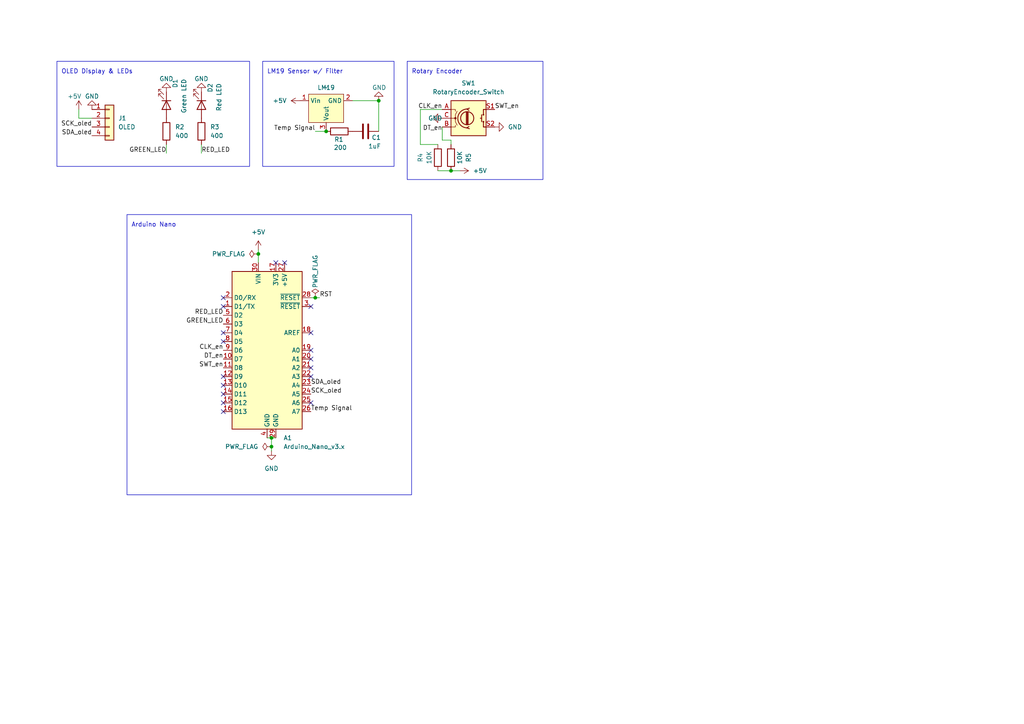
<source format=kicad_sch>
(kicad_sch (version 20230121) (generator eeschema)

  (uuid d8fc3d27-a4d8-494c-b96b-7c1398612458)

  (paper "A4")

  (lib_symbols
    (symbol "000_Thomas_Symbols:LM19" (in_bom yes) (on_board yes)
      (property "Reference" "U" (at 0 0 0)
        (effects (font (size 1.27 1.27)))
      )
      (property "Value" "" (at 0 0 0)
        (effects (font (size 1.27 1.27)))
      )
      (property "Footprint" "000_Thomas_Footprints:LM19" (at 9.525 -22.225 0)
        (effects (font (size 1.27 1.27)) hide)
      )
      (property "Datasheet" "https://www.ti.com/lit/ds/symlink/lm19.pdf?HQS=dis-dk-null-digikeymode-dsf-pf-null-wwe&ts=1690457808342&ref_url=https%253A%252F%252Fwww.ti.com%252Fgeneral%252Fdocs%252Fsuppproductinfo.tsp%253FdistId%253D10%2526gotoUrl%253Dhttps%253A%252F%252Fwww.ti.com%252Flit%252Fgpn%252Flm19" (at 12.065 -19.685 0)
        (effects (font (size 1.27 1.27)) hide)
      )
      (symbol "LM19_1_1"
        (rectangle (start -5.08 -1.905) (end 5.08 -10.16)
          (stroke (width 0) (type default))
          (fill (type background))
        )
        (pin power_in line (at -7.62 -3.81 0) (length 2.54)
          (name "Vin" (effects (font (size 1.27 1.27))))
          (number "1" (effects (font (size 1.27 1.27))))
        )
        (pin power_in line (at 7.62 -3.81 180) (length 2.54)
          (name "GND" (effects (font (size 1.27 1.27))))
          (number "2" (effects (font (size 1.27 1.27))))
        )
        (pin passive line (at 0 -12.7 90) (length 2.54)
          (name "Vout" (effects (font (size 1.27 1.27))))
          (number "3" (effects (font (size 1.27 1.27))))
        )
      )
    )
    (symbol "Connector_Generic:Conn_01x04" (pin_names (offset 1.016) hide) (in_bom yes) (on_board yes)
      (property "Reference" "J" (at 0 5.08 0)
        (effects (font (size 1.27 1.27)))
      )
      (property "Value" "Conn_01x04" (at 0 -7.62 0)
        (effects (font (size 1.27 1.27)))
      )
      (property "Footprint" "" (at 0 0 0)
        (effects (font (size 1.27 1.27)) hide)
      )
      (property "Datasheet" "~" (at 0 0 0)
        (effects (font (size 1.27 1.27)) hide)
      )
      (property "ki_keywords" "connector" (at 0 0 0)
        (effects (font (size 1.27 1.27)) hide)
      )
      (property "ki_description" "Generic connector, single row, 01x04, script generated (kicad-library-utils/schlib/autogen/connector/)" (at 0 0 0)
        (effects (font (size 1.27 1.27)) hide)
      )
      (property "ki_fp_filters" "Connector*:*_1x??_*" (at 0 0 0)
        (effects (font (size 1.27 1.27)) hide)
      )
      (symbol "Conn_01x04_1_1"
        (rectangle (start -1.27 -4.953) (end 0 -5.207)
          (stroke (width 0.1524) (type default))
          (fill (type none))
        )
        (rectangle (start -1.27 -2.413) (end 0 -2.667)
          (stroke (width 0.1524) (type default))
          (fill (type none))
        )
        (rectangle (start -1.27 0.127) (end 0 -0.127)
          (stroke (width 0.1524) (type default))
          (fill (type none))
        )
        (rectangle (start -1.27 2.667) (end 0 2.413)
          (stroke (width 0.1524) (type default))
          (fill (type none))
        )
        (rectangle (start -1.27 3.81) (end 1.27 -6.35)
          (stroke (width 0.254) (type default))
          (fill (type background))
        )
        (pin passive line (at -5.08 2.54 0) (length 3.81)
          (name "Pin_1" (effects (font (size 1.27 1.27))))
          (number "1" (effects (font (size 1.27 1.27))))
        )
        (pin passive line (at -5.08 0 0) (length 3.81)
          (name "Pin_2" (effects (font (size 1.27 1.27))))
          (number "2" (effects (font (size 1.27 1.27))))
        )
        (pin passive line (at -5.08 -2.54 0) (length 3.81)
          (name "Pin_3" (effects (font (size 1.27 1.27))))
          (number "3" (effects (font (size 1.27 1.27))))
        )
        (pin passive line (at -5.08 -5.08 0) (length 3.81)
          (name "Pin_4" (effects (font (size 1.27 1.27))))
          (number "4" (effects (font (size 1.27 1.27))))
        )
      )
    )
    (symbol "Device:C" (pin_numbers hide) (pin_names (offset 0.254)) (in_bom yes) (on_board yes)
      (property "Reference" "C" (at 0.635 2.54 0)
        (effects (font (size 1.27 1.27)) (justify left))
      )
      (property "Value" "C" (at 0.635 -2.54 0)
        (effects (font (size 1.27 1.27)) (justify left))
      )
      (property "Footprint" "" (at 0.9652 -3.81 0)
        (effects (font (size 1.27 1.27)) hide)
      )
      (property "Datasheet" "~" (at 0 0 0)
        (effects (font (size 1.27 1.27)) hide)
      )
      (property "ki_keywords" "cap capacitor" (at 0 0 0)
        (effects (font (size 1.27 1.27)) hide)
      )
      (property "ki_description" "Unpolarized capacitor" (at 0 0 0)
        (effects (font (size 1.27 1.27)) hide)
      )
      (property "ki_fp_filters" "C_*" (at 0 0 0)
        (effects (font (size 1.27 1.27)) hide)
      )
      (symbol "C_0_1"
        (polyline
          (pts
            (xy -2.032 -0.762)
            (xy 2.032 -0.762)
          )
          (stroke (width 0.508) (type default))
          (fill (type none))
        )
        (polyline
          (pts
            (xy -2.032 0.762)
            (xy 2.032 0.762)
          )
          (stroke (width 0.508) (type default))
          (fill (type none))
        )
      )
      (symbol "C_1_1"
        (pin passive line (at 0 3.81 270) (length 2.794)
          (name "~" (effects (font (size 1.27 1.27))))
          (number "1" (effects (font (size 1.27 1.27))))
        )
        (pin passive line (at 0 -3.81 90) (length 2.794)
          (name "~" (effects (font (size 1.27 1.27))))
          (number "2" (effects (font (size 1.27 1.27))))
        )
      )
    )
    (symbol "Device:LED" (pin_numbers hide) (pin_names (offset 1.016) hide) (in_bom yes) (on_board yes)
      (property "Reference" "D" (at 0 2.54 0)
        (effects (font (size 1.27 1.27)))
      )
      (property "Value" "LED" (at 0 -2.54 0)
        (effects (font (size 1.27 1.27)))
      )
      (property "Footprint" "" (at 0 0 0)
        (effects (font (size 1.27 1.27)) hide)
      )
      (property "Datasheet" "~" (at 0 0 0)
        (effects (font (size 1.27 1.27)) hide)
      )
      (property "ki_keywords" "LED diode" (at 0 0 0)
        (effects (font (size 1.27 1.27)) hide)
      )
      (property "ki_description" "Light emitting diode" (at 0 0 0)
        (effects (font (size 1.27 1.27)) hide)
      )
      (property "ki_fp_filters" "LED* LED_SMD:* LED_THT:*" (at 0 0 0)
        (effects (font (size 1.27 1.27)) hide)
      )
      (symbol "LED_0_1"
        (polyline
          (pts
            (xy -1.27 -1.27)
            (xy -1.27 1.27)
          )
          (stroke (width 0.254) (type default))
          (fill (type none))
        )
        (polyline
          (pts
            (xy -1.27 0)
            (xy 1.27 0)
          )
          (stroke (width 0) (type default))
          (fill (type none))
        )
        (polyline
          (pts
            (xy 1.27 -1.27)
            (xy 1.27 1.27)
            (xy -1.27 0)
            (xy 1.27 -1.27)
          )
          (stroke (width 0.254) (type default))
          (fill (type none))
        )
        (polyline
          (pts
            (xy -3.048 -0.762)
            (xy -4.572 -2.286)
            (xy -3.81 -2.286)
            (xy -4.572 -2.286)
            (xy -4.572 -1.524)
          )
          (stroke (width 0) (type default))
          (fill (type none))
        )
        (polyline
          (pts
            (xy -1.778 -0.762)
            (xy -3.302 -2.286)
            (xy -2.54 -2.286)
            (xy -3.302 -2.286)
            (xy -3.302 -1.524)
          )
          (stroke (width 0) (type default))
          (fill (type none))
        )
      )
      (symbol "LED_1_1"
        (pin passive line (at -3.81 0 0) (length 2.54)
          (name "K" (effects (font (size 1.27 1.27))))
          (number "1" (effects (font (size 1.27 1.27))))
        )
        (pin passive line (at 3.81 0 180) (length 2.54)
          (name "A" (effects (font (size 1.27 1.27))))
          (number "2" (effects (font (size 1.27 1.27))))
        )
      )
    )
    (symbol "Device:R" (pin_numbers hide) (pin_names (offset 0)) (in_bom yes) (on_board yes)
      (property "Reference" "R" (at 2.032 0 90)
        (effects (font (size 1.27 1.27)))
      )
      (property "Value" "R" (at 0 0 90)
        (effects (font (size 1.27 1.27)))
      )
      (property "Footprint" "" (at -1.778 0 90)
        (effects (font (size 1.27 1.27)) hide)
      )
      (property "Datasheet" "~" (at 0 0 0)
        (effects (font (size 1.27 1.27)) hide)
      )
      (property "ki_keywords" "R res resistor" (at 0 0 0)
        (effects (font (size 1.27 1.27)) hide)
      )
      (property "ki_description" "Resistor" (at 0 0 0)
        (effects (font (size 1.27 1.27)) hide)
      )
      (property "ki_fp_filters" "R_*" (at 0 0 0)
        (effects (font (size 1.27 1.27)) hide)
      )
      (symbol "R_0_1"
        (rectangle (start -1.016 -2.54) (end 1.016 2.54)
          (stroke (width 0.254) (type default))
          (fill (type none))
        )
      )
      (symbol "R_1_1"
        (pin passive line (at 0 3.81 270) (length 1.27)
          (name "~" (effects (font (size 1.27 1.27))))
          (number "1" (effects (font (size 1.27 1.27))))
        )
        (pin passive line (at 0 -3.81 90) (length 1.27)
          (name "~" (effects (font (size 1.27 1.27))))
          (number "2" (effects (font (size 1.27 1.27))))
        )
      )
    )
    (symbol "Device:RotaryEncoder_Switch" (pin_names (offset 0.254) hide) (in_bom yes) (on_board yes)
      (property "Reference" "SW" (at 0 6.604 0)
        (effects (font (size 1.27 1.27)))
      )
      (property "Value" "RotaryEncoder_Switch" (at 0 -6.604 0)
        (effects (font (size 1.27 1.27)))
      )
      (property "Footprint" "" (at -3.81 4.064 0)
        (effects (font (size 1.27 1.27)) hide)
      )
      (property "Datasheet" "~" (at 0 6.604 0)
        (effects (font (size 1.27 1.27)) hide)
      )
      (property "ki_keywords" "rotary switch encoder switch push button" (at 0 0 0)
        (effects (font (size 1.27 1.27)) hide)
      )
      (property "ki_description" "Rotary encoder, dual channel, incremental quadrate outputs, with switch" (at 0 0 0)
        (effects (font (size 1.27 1.27)) hide)
      )
      (property "ki_fp_filters" "RotaryEncoder*Switch*" (at 0 0 0)
        (effects (font (size 1.27 1.27)) hide)
      )
      (symbol "RotaryEncoder_Switch_0_1"
        (rectangle (start -5.08 5.08) (end 5.08 -5.08)
          (stroke (width 0.254) (type default))
          (fill (type background))
        )
        (circle (center -3.81 0) (radius 0.254)
          (stroke (width 0) (type default))
          (fill (type outline))
        )
        (circle (center -0.381 0) (radius 1.905)
          (stroke (width 0.254) (type default))
          (fill (type none))
        )
        (arc (start -0.381 2.667) (mid -3.0988 -0.0635) (end -0.381 -2.794)
          (stroke (width 0.254) (type default))
          (fill (type none))
        )
        (polyline
          (pts
            (xy -0.635 -1.778)
            (xy -0.635 1.778)
          )
          (stroke (width 0.254) (type default))
          (fill (type none))
        )
        (polyline
          (pts
            (xy -0.381 -1.778)
            (xy -0.381 1.778)
          )
          (stroke (width 0.254) (type default))
          (fill (type none))
        )
        (polyline
          (pts
            (xy -0.127 1.778)
            (xy -0.127 -1.778)
          )
          (stroke (width 0.254) (type default))
          (fill (type none))
        )
        (polyline
          (pts
            (xy 3.81 0)
            (xy 3.429 0)
          )
          (stroke (width 0.254) (type default))
          (fill (type none))
        )
        (polyline
          (pts
            (xy 3.81 1.016)
            (xy 3.81 -1.016)
          )
          (stroke (width 0.254) (type default))
          (fill (type none))
        )
        (polyline
          (pts
            (xy -5.08 -2.54)
            (xy -3.81 -2.54)
            (xy -3.81 -2.032)
          )
          (stroke (width 0) (type default))
          (fill (type none))
        )
        (polyline
          (pts
            (xy -5.08 2.54)
            (xy -3.81 2.54)
            (xy -3.81 2.032)
          )
          (stroke (width 0) (type default))
          (fill (type none))
        )
        (polyline
          (pts
            (xy 0.254 -3.048)
            (xy -0.508 -2.794)
            (xy 0.127 -2.413)
          )
          (stroke (width 0.254) (type default))
          (fill (type none))
        )
        (polyline
          (pts
            (xy 0.254 2.921)
            (xy -0.508 2.667)
            (xy 0.127 2.286)
          )
          (stroke (width 0.254) (type default))
          (fill (type none))
        )
        (polyline
          (pts
            (xy 5.08 -2.54)
            (xy 4.318 -2.54)
            (xy 4.318 -1.016)
          )
          (stroke (width 0.254) (type default))
          (fill (type none))
        )
        (polyline
          (pts
            (xy 5.08 2.54)
            (xy 4.318 2.54)
            (xy 4.318 1.016)
          )
          (stroke (width 0.254) (type default))
          (fill (type none))
        )
        (polyline
          (pts
            (xy -5.08 0)
            (xy -3.81 0)
            (xy -3.81 -1.016)
            (xy -3.302 -2.032)
          )
          (stroke (width 0) (type default))
          (fill (type none))
        )
        (polyline
          (pts
            (xy -4.318 0)
            (xy -3.81 0)
            (xy -3.81 1.016)
            (xy -3.302 2.032)
          )
          (stroke (width 0) (type default))
          (fill (type none))
        )
        (circle (center 4.318 -1.016) (radius 0.127)
          (stroke (width 0.254) (type default))
          (fill (type none))
        )
        (circle (center 4.318 1.016) (radius 0.127)
          (stroke (width 0.254) (type default))
          (fill (type none))
        )
      )
      (symbol "RotaryEncoder_Switch_1_1"
        (pin passive line (at -7.62 2.54 0) (length 2.54)
          (name "A" (effects (font (size 1.27 1.27))))
          (number "A" (effects (font (size 1.27 1.27))))
        )
        (pin passive line (at -7.62 -2.54 0) (length 2.54)
          (name "B" (effects (font (size 1.27 1.27))))
          (number "B" (effects (font (size 1.27 1.27))))
        )
        (pin passive line (at -7.62 0 0) (length 2.54)
          (name "C" (effects (font (size 1.27 1.27))))
          (number "C" (effects (font (size 1.27 1.27))))
        )
        (pin passive line (at 7.62 2.54 180) (length 2.54)
          (name "S1" (effects (font (size 1.27 1.27))))
          (number "S1" (effects (font (size 1.27 1.27))))
        )
        (pin passive line (at 7.62 -2.54 180) (length 2.54)
          (name "S2" (effects (font (size 1.27 1.27))))
          (number "S2" (effects (font (size 1.27 1.27))))
        )
      )
    )
    (symbol "MCU_Module:Arduino_Nano_v3.x" (in_bom yes) (on_board yes)
      (property "Reference" "A" (at -10.16 23.495 0)
        (effects (font (size 1.27 1.27)) (justify left bottom))
      )
      (property "Value" "Arduino_Nano_v3.x" (at 5.08 -24.13 0)
        (effects (font (size 1.27 1.27)) (justify left top))
      )
      (property "Footprint" "Module:Arduino_Nano" (at 0 0 0)
        (effects (font (size 1.27 1.27) italic) hide)
      )
      (property "Datasheet" "http://www.mouser.com/pdfdocs/Gravitech_Arduino_Nano3_0.pdf" (at 0 0 0)
        (effects (font (size 1.27 1.27)) hide)
      )
      (property "ki_keywords" "Arduino nano microcontroller module USB" (at 0 0 0)
        (effects (font (size 1.27 1.27)) hide)
      )
      (property "ki_description" "Arduino Nano v3.x" (at 0 0 0)
        (effects (font (size 1.27 1.27)) hide)
      )
      (property "ki_fp_filters" "Arduino*Nano*" (at 0 0 0)
        (effects (font (size 1.27 1.27)) hide)
      )
      (symbol "Arduino_Nano_v3.x_0_1"
        (rectangle (start -10.16 22.86) (end 10.16 -22.86)
          (stroke (width 0.254) (type default))
          (fill (type background))
        )
      )
      (symbol "Arduino_Nano_v3.x_1_1"
        (pin bidirectional line (at -12.7 12.7 0) (length 2.54)
          (name "D1/TX" (effects (font (size 1.27 1.27))))
          (number "1" (effects (font (size 1.27 1.27))))
        )
        (pin bidirectional line (at -12.7 -2.54 0) (length 2.54)
          (name "D7" (effects (font (size 1.27 1.27))))
          (number "10" (effects (font (size 1.27 1.27))))
        )
        (pin bidirectional line (at -12.7 -5.08 0) (length 2.54)
          (name "D8" (effects (font (size 1.27 1.27))))
          (number "11" (effects (font (size 1.27 1.27))))
        )
        (pin bidirectional line (at -12.7 -7.62 0) (length 2.54)
          (name "D9" (effects (font (size 1.27 1.27))))
          (number "12" (effects (font (size 1.27 1.27))))
        )
        (pin bidirectional line (at -12.7 -10.16 0) (length 2.54)
          (name "D10" (effects (font (size 1.27 1.27))))
          (number "13" (effects (font (size 1.27 1.27))))
        )
        (pin bidirectional line (at -12.7 -12.7 0) (length 2.54)
          (name "D11" (effects (font (size 1.27 1.27))))
          (number "14" (effects (font (size 1.27 1.27))))
        )
        (pin bidirectional line (at -12.7 -15.24 0) (length 2.54)
          (name "D12" (effects (font (size 1.27 1.27))))
          (number "15" (effects (font (size 1.27 1.27))))
        )
        (pin bidirectional line (at -12.7 -17.78 0) (length 2.54)
          (name "D13" (effects (font (size 1.27 1.27))))
          (number "16" (effects (font (size 1.27 1.27))))
        )
        (pin power_out line (at 2.54 25.4 270) (length 2.54)
          (name "3V3" (effects (font (size 1.27 1.27))))
          (number "17" (effects (font (size 1.27 1.27))))
        )
        (pin input line (at 12.7 5.08 180) (length 2.54)
          (name "AREF" (effects (font (size 1.27 1.27))))
          (number "18" (effects (font (size 1.27 1.27))))
        )
        (pin bidirectional line (at 12.7 0 180) (length 2.54)
          (name "A0" (effects (font (size 1.27 1.27))))
          (number "19" (effects (font (size 1.27 1.27))))
        )
        (pin bidirectional line (at -12.7 15.24 0) (length 2.54)
          (name "D0/RX" (effects (font (size 1.27 1.27))))
          (number "2" (effects (font (size 1.27 1.27))))
        )
        (pin bidirectional line (at 12.7 -2.54 180) (length 2.54)
          (name "A1" (effects (font (size 1.27 1.27))))
          (number "20" (effects (font (size 1.27 1.27))))
        )
        (pin bidirectional line (at 12.7 -5.08 180) (length 2.54)
          (name "A2" (effects (font (size 1.27 1.27))))
          (number "21" (effects (font (size 1.27 1.27))))
        )
        (pin bidirectional line (at 12.7 -7.62 180) (length 2.54)
          (name "A3" (effects (font (size 1.27 1.27))))
          (number "22" (effects (font (size 1.27 1.27))))
        )
        (pin bidirectional line (at 12.7 -10.16 180) (length 2.54)
          (name "A4" (effects (font (size 1.27 1.27))))
          (number "23" (effects (font (size 1.27 1.27))))
        )
        (pin bidirectional line (at 12.7 -12.7 180) (length 2.54)
          (name "A5" (effects (font (size 1.27 1.27))))
          (number "24" (effects (font (size 1.27 1.27))))
        )
        (pin bidirectional line (at 12.7 -15.24 180) (length 2.54)
          (name "A6" (effects (font (size 1.27 1.27))))
          (number "25" (effects (font (size 1.27 1.27))))
        )
        (pin bidirectional line (at 12.7 -17.78 180) (length 2.54)
          (name "A7" (effects (font (size 1.27 1.27))))
          (number "26" (effects (font (size 1.27 1.27))))
        )
        (pin power_out line (at 5.08 25.4 270) (length 2.54)
          (name "+5V" (effects (font (size 1.27 1.27))))
          (number "27" (effects (font (size 1.27 1.27))))
        )
        (pin input line (at 12.7 15.24 180) (length 2.54)
          (name "~{RESET}" (effects (font (size 1.27 1.27))))
          (number "28" (effects (font (size 1.27 1.27))))
        )
        (pin power_in line (at 2.54 -25.4 90) (length 2.54)
          (name "GND" (effects (font (size 1.27 1.27))))
          (number "29" (effects (font (size 1.27 1.27))))
        )
        (pin input line (at 12.7 12.7 180) (length 2.54)
          (name "~{RESET}" (effects (font (size 1.27 1.27))))
          (number "3" (effects (font (size 1.27 1.27))))
        )
        (pin power_in line (at -2.54 25.4 270) (length 2.54)
          (name "VIN" (effects (font (size 1.27 1.27))))
          (number "30" (effects (font (size 1.27 1.27))))
        )
        (pin power_in line (at 0 -25.4 90) (length 2.54)
          (name "GND" (effects (font (size 1.27 1.27))))
          (number "4" (effects (font (size 1.27 1.27))))
        )
        (pin bidirectional line (at -12.7 10.16 0) (length 2.54)
          (name "D2" (effects (font (size 1.27 1.27))))
          (number "5" (effects (font (size 1.27 1.27))))
        )
        (pin bidirectional line (at -12.7 7.62 0) (length 2.54)
          (name "D3" (effects (font (size 1.27 1.27))))
          (number "6" (effects (font (size 1.27 1.27))))
        )
        (pin bidirectional line (at -12.7 5.08 0) (length 2.54)
          (name "D4" (effects (font (size 1.27 1.27))))
          (number "7" (effects (font (size 1.27 1.27))))
        )
        (pin bidirectional line (at -12.7 2.54 0) (length 2.54)
          (name "D5" (effects (font (size 1.27 1.27))))
          (number "8" (effects (font (size 1.27 1.27))))
        )
        (pin bidirectional line (at -12.7 0 0) (length 2.54)
          (name "D6" (effects (font (size 1.27 1.27))))
          (number "9" (effects (font (size 1.27 1.27))))
        )
      )
    )
    (symbol "power:+5V" (power) (pin_names (offset 0)) (in_bom yes) (on_board yes)
      (property "Reference" "#PWR" (at 0 -3.81 0)
        (effects (font (size 1.27 1.27)) hide)
      )
      (property "Value" "+5V" (at 0 3.556 0)
        (effects (font (size 1.27 1.27)))
      )
      (property "Footprint" "" (at 0 0 0)
        (effects (font (size 1.27 1.27)) hide)
      )
      (property "Datasheet" "" (at 0 0 0)
        (effects (font (size 1.27 1.27)) hide)
      )
      (property "ki_keywords" "global power" (at 0 0 0)
        (effects (font (size 1.27 1.27)) hide)
      )
      (property "ki_description" "Power symbol creates a global label with name \"+5V\"" (at 0 0 0)
        (effects (font (size 1.27 1.27)) hide)
      )
      (symbol "+5V_0_1"
        (polyline
          (pts
            (xy -0.762 1.27)
            (xy 0 2.54)
          )
          (stroke (width 0) (type default))
          (fill (type none))
        )
        (polyline
          (pts
            (xy 0 0)
            (xy 0 2.54)
          )
          (stroke (width 0) (type default))
          (fill (type none))
        )
        (polyline
          (pts
            (xy 0 2.54)
            (xy 0.762 1.27)
          )
          (stroke (width 0) (type default))
          (fill (type none))
        )
      )
      (symbol "+5V_1_1"
        (pin power_in line (at 0 0 90) (length 0) hide
          (name "+5V" (effects (font (size 1.27 1.27))))
          (number "1" (effects (font (size 1.27 1.27))))
        )
      )
    )
    (symbol "power:GND" (power) (pin_names (offset 0)) (in_bom yes) (on_board yes)
      (property "Reference" "#PWR" (at 0 -6.35 0)
        (effects (font (size 1.27 1.27)) hide)
      )
      (property "Value" "GND" (at 0 -3.81 0)
        (effects (font (size 1.27 1.27)))
      )
      (property "Footprint" "" (at 0 0 0)
        (effects (font (size 1.27 1.27)) hide)
      )
      (property "Datasheet" "" (at 0 0 0)
        (effects (font (size 1.27 1.27)) hide)
      )
      (property "ki_keywords" "global power" (at 0 0 0)
        (effects (font (size 1.27 1.27)) hide)
      )
      (property "ki_description" "Power symbol creates a global label with name \"GND\" , ground" (at 0 0 0)
        (effects (font (size 1.27 1.27)) hide)
      )
      (symbol "GND_0_1"
        (polyline
          (pts
            (xy 0 0)
            (xy 0 -1.27)
            (xy 1.27 -1.27)
            (xy 0 -2.54)
            (xy -1.27 -1.27)
            (xy 0 -1.27)
          )
          (stroke (width 0) (type default))
          (fill (type none))
        )
      )
      (symbol "GND_1_1"
        (pin power_in line (at 0 0 270) (length 0) hide
          (name "GND" (effects (font (size 1.27 1.27))))
          (number "1" (effects (font (size 1.27 1.27))))
        )
      )
    )
    (symbol "power:PWR_FLAG" (power) (pin_numbers hide) (pin_names (offset 0) hide) (in_bom yes) (on_board yes)
      (property "Reference" "#FLG" (at 0 1.905 0)
        (effects (font (size 1.27 1.27)) hide)
      )
      (property "Value" "PWR_FLAG" (at 0 3.81 0)
        (effects (font (size 1.27 1.27)))
      )
      (property "Footprint" "" (at 0 0 0)
        (effects (font (size 1.27 1.27)) hide)
      )
      (property "Datasheet" "~" (at 0 0 0)
        (effects (font (size 1.27 1.27)) hide)
      )
      (property "ki_keywords" "flag power" (at 0 0 0)
        (effects (font (size 1.27 1.27)) hide)
      )
      (property "ki_description" "Special symbol for telling ERC where power comes from" (at 0 0 0)
        (effects (font (size 1.27 1.27)) hide)
      )
      (symbol "PWR_FLAG_0_0"
        (pin power_out line (at 0 0 90) (length 0)
          (name "pwr" (effects (font (size 1.27 1.27))))
          (number "1" (effects (font (size 1.27 1.27))))
        )
      )
      (symbol "PWR_FLAG_0_1"
        (polyline
          (pts
            (xy 0 0)
            (xy 0 1.27)
            (xy -1.016 1.905)
            (xy 0 2.54)
            (xy 1.016 1.905)
            (xy 0 1.27)
          )
          (stroke (width 0) (type default))
          (fill (type none))
        )
      )
    )
  )

  (junction (at 78.74 127) (diameter 0) (color 0 0 0 0)
    (uuid 37498f78-567f-48f0-bfaa-0c52c5e0ebd2)
  )
  (junction (at 94.6058 38.1) (diameter 0) (color 0 0 0 0)
    (uuid 6aefc41d-c608-4437-a895-fe4a6a036621)
  )
  (junction (at 130.81 49.53) (diameter 0) (color 0 0 0 0)
    (uuid 71db24a7-3910-482e-b50c-39e21e5dab53)
  )
  (junction (at 78.74 129.54) (diameter 0) (color 0 0 0 0)
    (uuid 99995f9d-8e7d-46ed-bcd8-bcac3fdb4444)
  )
  (junction (at 74.93 73.66) (diameter 0) (color 0 0 0 0)
    (uuid c0640ab7-2a33-4f51-bc96-3a72c5d15732)
  )
  (junction (at 109.8458 29.21) (diameter 0) (color 0 0 0 0)
    (uuid cacaf282-216e-42e7-93a7-6e5726f6bfdd)
  )
  (junction (at 91.44 86.36) (diameter 0) (color 0 0 0 0)
    (uuid f73227bf-f03a-4797-a70f-a3dd967a1ddb)
  )

  (no_connect (at 80.01 76.2) (uuid 07e57168-61cd-4049-80d3-93e71b356d7d))
  (no_connect (at 64.77 88.9) (uuid 0d989d64-555c-492f-a1fb-13d6e4af9302))
  (no_connect (at 90.17 109.22) (uuid 0e3578fb-43af-4eeb-b577-080fb9123afd))
  (no_connect (at 90.17 116.84) (uuid 2391a9f2-7bbd-42e3-b203-496a2e400346))
  (no_connect (at 64.77 119.38) (uuid 2dabebe7-7700-426f-bcc2-f2d3262f5d84))
  (no_connect (at 90.17 101.6) (uuid 3bde317e-ffd1-4380-8dcb-c0d483f1c2fc))
  (no_connect (at 64.77 114.3) (uuid 3c1dcf83-8b98-45e4-8fdd-4313f52ae864))
  (no_connect (at 90.17 104.14) (uuid 4bae8804-51f8-4193-a812-9b21de8ca39d))
  (no_connect (at 90.17 96.52) (uuid 4bede9fb-7819-43f5-a083-465a83266887))
  (no_connect (at 64.77 116.84) (uuid 5f99099a-406a-4695-bad8-d0d9f8955607))
  (no_connect (at 64.77 99.06) (uuid 6314a95c-f8a3-4330-a4bd-638b09d4c8f7))
  (no_connect (at 64.77 109.22) (uuid 6544673e-5bc5-44e9-8356-e8ae9b637056))
  (no_connect (at 64.77 96.52) (uuid 7e89899b-f732-463e-b3e1-ca1a7fa51829))
  (no_connect (at 90.17 88.9) (uuid aafa565c-4d75-44f2-b9d9-4797b4c852cb))
  (no_connect (at 64.77 111.76) (uuid ab8a5f9b-e2e4-44d2-89ee-da920215f110))
  (no_connect (at 90.17 106.68) (uuid bf987a1a-fe6e-4916-8896-a6e7c4b0dee7))
  (no_connect (at 82.55 76.2) (uuid c197c83b-f0f9-4e57-b350-9d7765647ce3))
  (no_connect (at 64.77 86.36) (uuid e5771b17-6d01-4248-b93e-33bdbdf68a6b))

  (wire (pts (xy 102.2258 29.21) (xy 109.8458 29.21))
    (stroke (width 0) (type default))
    (uuid 077c9894-19fa-43df-aea5-f73ef03a4209)
  )
  (wire (pts (xy 48.26 41.91) (xy 48.26 44.45))
    (stroke (width 0) (type default))
    (uuid 136315f5-26a7-48e4-b9a2-00ceb245132f)
  )
  (wire (pts (xy 127 49.53) (xy 130.81 49.53))
    (stroke (width 0) (type default))
    (uuid 1a6bbdb3-5959-4665-81ac-83281c9f0811)
  )
  (wire (pts (xy 74.93 73.66) (xy 74.93 76.2))
    (stroke (width 0) (type default))
    (uuid 22ff90d3-a183-4240-953e-8a4f32481ab1)
  )
  (wire (pts (xy 128.27 36.83) (xy 128.27 40.64))
    (stroke (width 0) (type default))
    (uuid 25113fe9-15cb-448b-b8cb-c6026ddd67fd)
  )
  (wire (pts (xy 26.67 34.29) (xy 22.86 34.29))
    (stroke (width 0) (type default))
    (uuid 434b8dd0-fefe-47c9-9b0e-74bb89983a18)
  )
  (wire (pts (xy 130.81 41.91) (xy 130.81 40.64))
    (stroke (width 0) (type default))
    (uuid 544380a6-27eb-4b9d-aa65-22035f1eaeb6)
  )
  (wire (pts (xy 127 41.91) (xy 121.92 41.91))
    (stroke (width 0) (type default))
    (uuid 56d7dadc-bda4-4c00-8703-9d8cb6c9cec1)
  )
  (wire (pts (xy 78.74 127) (xy 78.74 129.54))
    (stroke (width 0) (type default))
    (uuid 5a4ff3c9-0811-4493-8596-1cec7ffa4a0b)
  )
  (wire (pts (xy 109.8458 29.21) (xy 109.8458 38.1))
    (stroke (width 0) (type default))
    (uuid 5e823b1e-ec79-459a-bfb5-a335a8035691)
  )
  (wire (pts (xy 22.86 34.29) (xy 22.86 31.75))
    (stroke (width 0) (type default))
    (uuid 7b8e5d16-f7da-4a67-a1c6-ab354ef494d8)
  )
  (wire (pts (xy 74.93 72.39) (xy 74.93 73.66))
    (stroke (width 0) (type default))
    (uuid 7c53ac56-7d6b-43ef-b997-7688e02a4d0c)
  )
  (wire (pts (xy 58.42 41.91) (xy 58.42 44.45))
    (stroke (width 0) (type default))
    (uuid 95ac2790-8912-42ad-8420-86f03ce0b390)
  )
  (wire (pts (xy 130.81 40.64) (xy 128.27 40.64))
    (stroke (width 0) (type default))
    (uuid 95e5c931-5395-48bb-ad60-a1ee0bfbd1c5)
  )
  (wire (pts (xy 78.74 127) (xy 80.01 127))
    (stroke (width 0) (type default))
    (uuid 960e3ed5-25f5-450b-a528-51095a6a2d47)
  )
  (wire (pts (xy 121.92 31.75) (xy 128.27 31.75))
    (stroke (width 0) (type default))
    (uuid 9ef1d195-a252-4b7d-83d9-110ac23ae757)
  )
  (wire (pts (xy 121.92 41.91) (xy 121.92 31.75))
    (stroke (width 0) (type default))
    (uuid a13a64b6-777b-4b21-955c-d4e4812f6087)
  )
  (wire (pts (xy 91.44 86.36) (xy 92.71 86.36))
    (stroke (width 0) (type default))
    (uuid a1f6824c-cdf3-4368-8582-2e7cde686552)
  )
  (wire (pts (xy 91.44 38.1) (xy 94.6058 38.1))
    (stroke (width 0) (type default))
    (uuid a49a1b7e-6a32-49c8-8f99-f942f7d1c95e)
  )
  (wire (pts (xy 77.47 127) (xy 78.74 127))
    (stroke (width 0) (type default))
    (uuid aad5cd68-2ef9-4140-8541-82004aaab137)
  )
  (wire (pts (xy 90.17 86.36) (xy 91.44 86.36))
    (stroke (width 0) (type default))
    (uuid cf5334f6-0e22-45f9-bbe5-24d6b6c021ee)
  )
  (wire (pts (xy 78.74 129.54) (xy 78.74 130.81))
    (stroke (width 0) (type default))
    (uuid f0c1b382-ba57-4833-ba28-66d7a3b1b939)
  )
  (wire (pts (xy 130.81 49.53) (xy 133.35 49.53))
    (stroke (width 0) (type default))
    (uuid f7c16a17-5272-48d9-8d78-e604811cfc16)
  )

  (rectangle (start 76.1908 17.78) (end 114.2908 48.26)
    (stroke (width 0) (type default))
    (fill (type none))
    (uuid 0d57b5b0-ce73-4f67-b7f3-8956d471f20a)
  )
  (rectangle (start 118.11 17.78) (end 157.48 52.07)
    (stroke (width 0) (type default))
    (fill (type none))
    (uuid 65fe9665-595b-4b79-8399-dda9d58fe136)
  )
  (rectangle (start 16.51 17.78) (end 72.39 48.26)
    (stroke (width 0) (type default))
    (fill (type none))
    (uuid 6f48506e-5ea1-4155-a5b6-0d38a56b8ddb)
  )
  (rectangle (start 36.83 62.23) (end 119.38 143.51)
    (stroke (width 0) (type default))
    (fill (type none))
    (uuid cd66eb11-144a-4ca4-a539-50277fee41fa)
  )

  (text "Arduino Nano" (at 38.1 66.04 0)
    (effects (font (size 1.27 1.27)) (justify left bottom))
    (uuid 28b5de50-00e7-40bd-94cb-b10e2eef12c4)
  )
  (text "OLED Display & LEDs" (at 17.78 21.59 0)
    (effects (font (size 1.27 1.27)) (justify left bottom))
    (uuid 69bfcc53-797a-4e18-80cc-accc58f05379)
  )
  (text "Rotary Encoder" (at 119.38 21.59 0)
    (effects (font (size 1.27 1.27)) (justify left bottom))
    (uuid 75db3a0e-d29a-45d9-aa51-81965d960472)
  )
  (text "LM19 Sensor w/ Filter" (at 77.4608 21.59 0)
    (effects (font (size 1.27 1.27)) (justify left bottom))
    (uuid b8d42f05-70a4-416c-b436-4304b50b57f4)
  )

  (label "GREEN_LED" (at 64.77 93.98 180) (fields_autoplaced)
    (effects (font (size 1.27 1.27)) (justify right bottom))
    (uuid 068ac194-d7b4-4390-885a-3780fc1d38ae)
  )
  (label "SDA_oled" (at 90.17 111.76 0) (fields_autoplaced)
    (effects (font (size 1.27 1.27)) (justify left bottom))
    (uuid 0fd1eb5d-58d5-4809-857e-19346daf7e8a)
  )
  (label "DT_en" (at 64.77 104.14 180) (fields_autoplaced)
    (effects (font (size 1.27 1.27)) (justify right bottom))
    (uuid 13811adc-8602-439c-8ebe-628eda301b4a)
  )
  (label "CLK_en" (at 128.27 31.75 180) (fields_autoplaced)
    (effects (font (size 1.27 1.27)) (justify right bottom))
    (uuid 214b65b1-c33e-4f5a-b987-5d654051b9ce)
  )
  (label "SWT_en" (at 64.77 106.68 180) (fields_autoplaced)
    (effects (font (size 1.27 1.27)) (justify right bottom))
    (uuid 40108143-046c-4190-9a77-13cf70dabb97)
  )
  (label "SCK_oled" (at 90.17 114.3 0) (fields_autoplaced)
    (effects (font (size 1.27 1.27)) (justify left bottom))
    (uuid 42da6739-0ade-4e5d-a4c3-34e6cac71476)
  )
  (label "RST" (at 92.71 86.36 0) (fields_autoplaced)
    (effects (font (size 1.27 1.27)) (justify left bottom))
    (uuid 91f067e8-3913-49a8-b39f-894f3b3858f9)
  )
  (label "CLK_en" (at 64.77 101.6 180) (fields_autoplaced)
    (effects (font (size 1.27 1.27)) (justify right bottom))
    (uuid 9272c2c1-113e-4c05-8c2a-120bf076a076)
  )
  (label "DT_en" (at 128.27 38.1 180) (fields_autoplaced)
    (effects (font (size 1.27 1.27)) (justify right bottom))
    (uuid 9700c446-ef62-43c4-b02b-ab25b2f1c418)
  )
  (label "RED_LED" (at 64.77 91.44 180) (fields_autoplaced)
    (effects (font (size 1.27 1.27)) (justify right bottom))
    (uuid 978ca958-5325-4441-ab49-856b345e4961)
  )
  (label "SDA_oled" (at 26.67 39.37 180) (fields_autoplaced)
    (effects (font (size 1.27 1.27)) (justify right bottom))
    (uuid a62d5b42-0a6a-4c68-91d8-f9a116e9ad48)
  )
  (label "RED_LED" (at 58.42 44.45 0) (fields_autoplaced)
    (effects (font (size 1.27 1.27)) (justify left bottom))
    (uuid ac2a9912-3b7b-4b93-bf70-d6cf3dc486a6)
  )
  (label "Temp Signal" (at 90.17 119.38 0) (fields_autoplaced)
    (effects (font (size 1.27 1.27)) (justify left bottom))
    (uuid ac95b935-9de8-490b-bbe2-e51602a2ce72)
  )
  (label "SCK_oled" (at 26.67 36.83 180) (fields_autoplaced)
    (effects (font (size 1.27 1.27)) (justify right bottom))
    (uuid ae699eba-2b01-4ab6-83a3-4e3532dc2aca)
  )
  (label "GREEN_LED" (at 48.26 44.45 180) (fields_autoplaced)
    (effects (font (size 1.27 1.27)) (justify right bottom))
    (uuid bfbc68f2-78e7-49f2-8933-5eeba10fbf64)
  )
  (label "Temp Signal" (at 91.44 38.1 180) (fields_autoplaced)
    (effects (font (size 1.27 1.27)) (justify right bottom))
    (uuid c530567c-c017-4689-9675-eedf94e879ff)
  )
  (label "SWT_en" (at 143.51 31.75 0) (fields_autoplaced)
    (effects (font (size 1.27 1.27)) (justify left bottom))
    (uuid cb9281e3-e85d-4133-916d-847bb245b7d6)
  )

  (symbol (lib_id "power:GND") (at 58.42 26.67 180) (unit 1)
    (in_bom yes) (on_board yes) (dnp no)
    (uuid 0379cabf-8bdd-4bce-b1c3-a2106bfea96c)
    (property "Reference" "#PWR08" (at 58.42 20.32 0)
      (effects (font (size 1.27 1.27)) hide)
    )
    (property "Value" "GND" (at 58.42 22.86 0)
      (effects (font (size 1.27 1.27)))
    )
    (property "Footprint" "" (at 58.42 26.67 0)
      (effects (font (size 1.27 1.27)) hide)
    )
    (property "Datasheet" "" (at 58.42 26.67 0)
      (effects (font (size 1.27 1.27)) hide)
    )
    (pin "1" (uuid 2f46cb0d-1460-417a-a43f-2e7667ada4d0))
    (instances
      (project "KiCad Circuit"
        (path "/d8fc3d27-a4d8-494c-b96b-7c1398612458"
          (reference "#PWR08") (unit 1)
        )
      )
    )
  )

  (symbol (lib_id "power:+5V") (at 133.35 49.53 270) (unit 1)
    (in_bom yes) (on_board yes) (dnp no) (fields_autoplaced)
    (uuid 1b95105d-bc65-4464-9f38-00399b845ae9)
    (property "Reference" "#PWR011" (at 129.54 49.53 0)
      (effects (font (size 1.27 1.27)) hide)
    )
    (property "Value" "+5V" (at 137.16 49.53 90)
      (effects (font (size 1.27 1.27)) (justify left))
    )
    (property "Footprint" "" (at 133.35 49.53 0)
      (effects (font (size 1.27 1.27)) hide)
    )
    (property "Datasheet" "" (at 133.35 49.53 0)
      (effects (font (size 1.27 1.27)) hide)
    )
    (pin "1" (uuid c101e690-dcbf-4722-8ad1-f163bac86b69))
    (instances
      (project "KiCad Circuit"
        (path "/d8fc3d27-a4d8-494c-b96b-7c1398612458"
          (reference "#PWR011") (unit 1)
        )
      )
    )
  )

  (symbol (lib_id "power:PWR_FLAG") (at 74.93 73.66 90) (unit 1)
    (in_bom yes) (on_board yes) (dnp no) (fields_autoplaced)
    (uuid 23c0dd68-f72e-40fa-a067-f334ecce8075)
    (property "Reference" "#FLG01" (at 73.025 73.66 0)
      (effects (font (size 1.27 1.27)) hide)
    )
    (property "Value" "PWR_FLAG" (at 71.12 73.66 90)
      (effects (font (size 1.27 1.27)) (justify left))
    )
    (property "Footprint" "" (at 74.93 73.66 0)
      (effects (font (size 1.27 1.27)) hide)
    )
    (property "Datasheet" "~" (at 74.93 73.66 0)
      (effects (font (size 1.27 1.27)) hide)
    )
    (pin "1" (uuid bc2e68e2-c228-4f16-aa5b-91c728e5d83a))
    (instances
      (project "KiCad Circuit"
        (path "/d8fc3d27-a4d8-494c-b96b-7c1398612458"
          (reference "#FLG01") (unit 1)
        )
      )
    )
  )

  (symbol (lib_id "power:GND") (at 26.67 31.75 180) (unit 1)
    (in_bom yes) (on_board yes) (dnp no)
    (uuid 2b2f87c2-ca1b-443a-b6f6-dfe1478da542)
    (property "Reference" "#PWR05" (at 26.67 25.4 0)
      (effects (font (size 1.27 1.27)) hide)
    )
    (property "Value" "GND" (at 26.67 27.94 0)
      (effects (font (size 1.27 1.27)))
    )
    (property "Footprint" "" (at 26.67 31.75 0)
      (effects (font (size 1.27 1.27)) hide)
    )
    (property "Datasheet" "" (at 26.67 31.75 0)
      (effects (font (size 1.27 1.27)) hide)
    )
    (pin "1" (uuid b436c246-ed5e-4902-868b-5c14dbf12f2d))
    (instances
      (project "KiCad Circuit"
        (path "/d8fc3d27-a4d8-494c-b96b-7c1398612458"
          (reference "#PWR05") (unit 1)
        )
      )
    )
  )

  (symbol (lib_id "Device:R") (at 130.81 45.72 0) (unit 1)
    (in_bom yes) (on_board yes) (dnp no)
    (uuid 2de84126-183c-4c13-bc16-6dd6f34c81a1)
    (property "Reference" "R5" (at 135.89 45.72 90)
      (effects (font (size 1.27 1.27)))
    )
    (property "Value" "10K" (at 133.35 45.72 90)
      (effects (font (size 1.27 1.27)))
    )
    (property "Footprint" "" (at 129.032 45.72 90)
      (effects (font (size 1.27 1.27)) hide)
    )
    (property "Datasheet" "~" (at 130.81 45.72 0)
      (effects (font (size 1.27 1.27)) hide)
    )
    (pin "1" (uuid 52e5e947-745a-4573-bf47-4abcf01a49e7))
    (pin "2" (uuid e24c9688-847d-4b45-9d58-7cfecf895ffe))
    (instances
      (project "KiCad Circuit"
        (path "/d8fc3d27-a4d8-494c-b96b-7c1398612458"
          (reference "R5") (unit 1)
        )
      )
    )
  )

  (symbol (lib_id "Device:LED") (at 48.26 30.48 270) (unit 1)
    (in_bom yes) (on_board yes) (dnp no)
    (uuid 3d0e9572-f550-412b-bd5e-98e1b2d92ae5)
    (property "Reference" "D1" (at 50.8 22.86 0)
      (effects (font (size 1.27 1.27)) (justify left))
    )
    (property "Value" "Green LED" (at 53.34 22.86 0)
      (effects (font (size 1.27 1.27)) (justify left))
    )
    (property "Footprint" "" (at 48.26 30.48 0)
      (effects (font (size 1.27 1.27)) hide)
    )
    (property "Datasheet" "~" (at 48.26 30.48 0)
      (effects (font (size 1.27 1.27)) hide)
    )
    (pin "1" (uuid cbf47897-fa90-46c6-8643-d8f191e4f3ab))
    (pin "2" (uuid c7ba8d1c-b7ac-428d-b9f8-406414311f95))
    (instances
      (project "KiCad Circuit"
        (path "/d8fc3d27-a4d8-494c-b96b-7c1398612458"
          (reference "D1") (unit 1)
        )
      )
    )
  )

  (symbol (lib_id "Device:R") (at 127 45.72 180) (unit 1)
    (in_bom yes) (on_board yes) (dnp no)
    (uuid 42c21b97-60d4-43bc-b2b2-2ebc37b2d65d)
    (property "Reference" "R4" (at 121.92 45.72 90)
      (effects (font (size 1.27 1.27)))
    )
    (property "Value" "10K" (at 124.46 45.72 90)
      (effects (font (size 1.27 1.27)))
    )
    (property "Footprint" "" (at 128.778 45.72 90)
      (effects (font (size 1.27 1.27)) hide)
    )
    (property "Datasheet" "~" (at 127 45.72 0)
      (effects (font (size 1.27 1.27)) hide)
    )
    (pin "1" (uuid ef2fc3b6-23e7-4ab4-8598-0ddbdc8c645a))
    (pin "2" (uuid d18aa5d5-0353-4d75-9d48-bdf544f3fb54))
    (instances
      (project "KiCad Circuit"
        (path "/d8fc3d27-a4d8-494c-b96b-7c1398612458"
          (reference "R4") (unit 1)
        )
      )
    )
  )

  (symbol (lib_id "power:GND") (at 78.74 130.81 0) (unit 1)
    (in_bom yes) (on_board yes) (dnp no) (fields_autoplaced)
    (uuid 4bd358b2-4239-4ffd-874a-806a667fc0fd)
    (property "Reference" "#PWR02" (at 78.74 137.16 0)
      (effects (font (size 1.27 1.27)) hide)
    )
    (property "Value" "GND" (at 78.74 135.89 0)
      (effects (font (size 1.27 1.27)))
    )
    (property "Footprint" "" (at 78.74 130.81 0)
      (effects (font (size 1.27 1.27)) hide)
    )
    (property "Datasheet" "" (at 78.74 130.81 0)
      (effects (font (size 1.27 1.27)) hide)
    )
    (pin "1" (uuid 86862bf3-4fa7-432e-9111-c8672bd586b5))
    (instances
      (project "KiCad Circuit"
        (path "/d8fc3d27-a4d8-494c-b96b-7c1398612458"
          (reference "#PWR02") (unit 1)
        )
      )
    )
  )

  (symbol (lib_id "Device:C") (at 106.0358 38.1 270) (unit 1)
    (in_bom yes) (on_board yes) (dnp no)
    (uuid 5c1bc756-13c6-4d1a-836b-b344c218c2b4)
    (property "Reference" "C1" (at 110.4808 39.8843 90)
      (effects (font (size 1.27 1.27)) (justify right))
    )
    (property "Value" "1uF" (at 110.4808 42.4243 90)
      (effects (font (size 1.27 1.27)) (justify right))
    )
    (property "Footprint" "" (at 102.2258 39.0652 0)
      (effects (font (size 1.27 1.27)) hide)
    )
    (property "Datasheet" "~" (at 106.0358 38.1 0)
      (effects (font (size 1.27 1.27)) hide)
    )
    (pin "1" (uuid 3638893a-5a1d-4a1b-80b5-36b695f58222))
    (pin "2" (uuid 171226c8-2908-4bde-89e1-4157c8203af1))
    (instances
      (project "KiCad Circuit"
        (path "/d8fc3d27-a4d8-494c-b96b-7c1398612458"
          (reference "C1") (unit 1)
        )
      )
    )
  )

  (symbol (lib_id "Connector_Generic:Conn_01x04") (at 31.75 34.29 0) (unit 1)
    (in_bom yes) (on_board yes) (dnp no) (fields_autoplaced)
    (uuid 6387ebc6-067d-431c-b0f1-ae7ed07845ef)
    (property "Reference" "J1" (at 34.29 34.29 0)
      (effects (font (size 1.27 1.27)) (justify left))
    )
    (property "Value" "OLED" (at 34.29 36.83 0)
      (effects (font (size 1.27 1.27)) (justify left))
    )
    (property "Footprint" "" (at 31.75 34.29 0)
      (effects (font (size 1.27 1.27)) hide)
    )
    (property "Datasheet" "~" (at 31.75 34.29 0)
      (effects (font (size 1.27 1.27)) hide)
    )
    (pin "1" (uuid a1710585-3817-410a-bda0-a30f0e6af83a))
    (pin "2" (uuid 9e04e694-e8d0-4d9e-87ff-9ed362fb8ce7))
    (pin "3" (uuid 4af934b1-02a6-4347-8c26-30dd3cc1908d))
    (pin "4" (uuid ab483c32-d5b3-443f-94bb-8a4bc0640f51))
    (instances
      (project "KiCad Circuit"
        (path "/d8fc3d27-a4d8-494c-b96b-7c1398612458"
          (reference "J1") (unit 1)
        )
      )
    )
  )

  (symbol (lib_id "power:PWR_FLAG") (at 78.74 129.54 90) (unit 1)
    (in_bom yes) (on_board yes) (dnp no) (fields_autoplaced)
    (uuid 6ef730db-72de-4c38-bf79-081280271131)
    (property "Reference" "#FLG02" (at 76.835 129.54 0)
      (effects (font (size 1.27 1.27)) hide)
    )
    (property "Value" "PWR_FLAG" (at 74.93 129.54 90)
      (effects (font (size 1.27 1.27)) (justify left))
    )
    (property "Footprint" "" (at 78.74 129.54 0)
      (effects (font (size 1.27 1.27)) hide)
    )
    (property "Datasheet" "~" (at 78.74 129.54 0)
      (effects (font (size 1.27 1.27)) hide)
    )
    (pin "1" (uuid ff12eddb-1d9a-4e1f-a7d7-4f6d66f0aa3d))
    (instances
      (project "KiCad Circuit"
        (path "/d8fc3d27-a4d8-494c-b96b-7c1398612458"
          (reference "#FLG02") (unit 1)
        )
      )
    )
  )

  (symbol (lib_id "Device:R") (at 58.42 38.1 0) (unit 1)
    (in_bom yes) (on_board yes) (dnp no) (fields_autoplaced)
    (uuid 6f672cbc-7d83-4ed1-bd50-c7b69c9d9a29)
    (property "Reference" "R3" (at 60.96 36.83 0)
      (effects (font (size 1.27 1.27)) (justify left))
    )
    (property "Value" "400" (at 60.96 39.37 0)
      (effects (font (size 1.27 1.27)) (justify left))
    )
    (property "Footprint" "" (at 56.642 38.1 90)
      (effects (font (size 1.27 1.27)) hide)
    )
    (property "Datasheet" "~" (at 58.42 38.1 0)
      (effects (font (size 1.27 1.27)) hide)
    )
    (pin "1" (uuid 87570d86-c847-4643-a01d-473cd11cb949))
    (pin "2" (uuid d602256d-fdbf-4359-abc9-4229d73c5646))
    (instances
      (project "KiCad Circuit"
        (path "/d8fc3d27-a4d8-494c-b96b-7c1398612458"
          (reference "R3") (unit 1)
        )
      )
    )
  )

  (symbol (lib_id "power:+5V") (at 22.86 31.75 0) (unit 1)
    (in_bom yes) (on_board yes) (dnp no)
    (uuid 8080d9b9-4d5b-4c92-88d2-478152af5987)
    (property "Reference" "#PWR06" (at 22.86 35.56 0)
      (effects (font (size 1.27 1.27)) hide)
    )
    (property "Value" "+5V" (at 21.59 27.94 0)
      (effects (font (size 1.27 1.27)))
    )
    (property "Footprint" "" (at 22.86 31.75 0)
      (effects (font (size 1.27 1.27)) hide)
    )
    (property "Datasheet" "" (at 22.86 31.75 0)
      (effects (font (size 1.27 1.27)) hide)
    )
    (pin "1" (uuid 86c9489b-04bd-4187-b150-395520970931))
    (instances
      (project "KiCad Circuit"
        (path "/d8fc3d27-a4d8-494c-b96b-7c1398612458"
          (reference "#PWR06") (unit 1)
        )
      )
    )
  )

  (symbol (lib_id "Device:R") (at 98.4158 38.1 270) (unit 1)
    (in_bom yes) (on_board yes) (dnp no)
    (uuid 891b8cce-9eba-4362-abd9-4c7210002e5b)
    (property "Reference" "R1" (at 99.6495 40.4476 90)
      (effects (font (size 1.27 1.27)) (justify right))
    )
    (property "Value" "200" (at 100.6355 42.7952 90)
      (effects (font (size 1.27 1.27)) (justify right))
    )
    (property "Footprint" "" (at 98.4158 36.322 90)
      (effects (font (size 1.27 1.27)) hide)
    )
    (property "Datasheet" "~" (at 98.4158 38.1 0)
      (effects (font (size 1.27 1.27)) hide)
    )
    (pin "1" (uuid 3b9aaeaa-8623-4919-ba83-0a82556a8624))
    (pin "2" (uuid e566beba-d20c-49f4-a608-5696a87d45a2))
    (instances
      (project "KiCad Circuit"
        (path "/d8fc3d27-a4d8-494c-b96b-7c1398612458"
          (reference "R1") (unit 1)
        )
      )
    )
  )

  (symbol (lib_id "power:GND") (at 109.8458 29.21 180) (unit 1)
    (in_bom yes) (on_board yes) (dnp no)
    (uuid 9261b2f0-786b-4f16-9c29-d47998255994)
    (property "Reference" "#PWR04" (at 109.8458 22.86 0)
      (effects (font (size 1.27 1.27)) hide)
    )
    (property "Value" "GND" (at 107.9408 25.4 0)
      (effects (font (size 1.27 1.27)) (justify right))
    )
    (property "Footprint" "" (at 109.8458 29.21 0)
      (effects (font (size 1.27 1.27)) hide)
    )
    (property "Datasheet" "" (at 109.8458 29.21 0)
      (effects (font (size 1.27 1.27)) hide)
    )
    (pin "1" (uuid dd73f5f7-52a7-418f-9d44-276f37582d9f))
    (instances
      (project "KiCad Circuit"
        (path "/d8fc3d27-a4d8-494c-b96b-7c1398612458"
          (reference "#PWR04") (unit 1)
        )
      )
    )
  )

  (symbol (lib_id "Device:R") (at 48.26 38.1 0) (unit 1)
    (in_bom yes) (on_board yes) (dnp no)
    (uuid 93d819da-e4ff-430d-8877-e6554207a896)
    (property "Reference" "R2" (at 50.8 36.83 0)
      (effects (font (size 1.27 1.27)) (justify left))
    )
    (property "Value" "400" (at 50.8 39.37 0)
      (effects (font (size 1.27 1.27)) (justify left))
    )
    (property "Footprint" "" (at 46.482 38.1 90)
      (effects (font (size 1.27 1.27)) hide)
    )
    (property "Datasheet" "~" (at 48.26 38.1 0)
      (effects (font (size 1.27 1.27)) hide)
    )
    (pin "1" (uuid d46a2acf-7c33-45ac-8459-f06a94d15e86))
    (pin "2" (uuid 4b232252-3d7e-41d2-a0d9-1d92636c498f))
    (instances
      (project "KiCad Circuit"
        (path "/d8fc3d27-a4d8-494c-b96b-7c1398612458"
          (reference "R2") (unit 1)
        )
      )
    )
  )

  (symbol (lib_id "000_Thomas_Symbols:LM19") (at 94.6058 25.4 0) (unit 1)
    (in_bom yes) (on_board yes) (dnp no) (fields_autoplaced)
    (uuid b7e228af-5303-445b-bc5a-abff123ead13)
    (property "Reference" "LM19" (at 94.6058 25.4 0)
      (effects (font (size 1.27 1.27)))
    )
    (property "Value" "~" (at 94.6058 25.4 0)
      (effects (font (size 1.27 1.27)))
    )
    (property "Footprint" "000_Thomas_Footprints:LM19" (at 104.1308 47.625 0)
      (effects (font (size 1.27 1.27)) hide)
    )
    (property "Datasheet" "https://www.ti.com/lit/ds/symlink/lm19.pdf?HQS=dis-dk-null-digikeymode-dsf-pf-null-wwe&ts=1690457808342&ref_url=https%253A%252F%252Fwww.ti.com%252Fgeneral%252Fdocs%252Fsuppproductinfo.tsp%253FdistId%253D10%2526gotoUrl%253Dhttps%253A%252F%252Fwww.ti.com%252Flit%252Fgpn%252Flm19" (at 106.6708 45.085 0)
      (effects (font (size 1.27 1.27)) hide)
    )
    (pin "1" (uuid 50ec8efc-c3f3-40d4-b942-5e2d0f1592b9))
    (pin "2" (uuid 241a27fb-b0d8-4829-b826-805ff66f9a27))
    (pin "3" (uuid dacd4522-5273-47cc-8aa9-6f9ab5e8ba1f))
    (instances
      (project "KiCad Circuit"
        (path "/d8fc3d27-a4d8-494c-b96b-7c1398612458"
          (reference "LM19") (unit 1)
        )
      )
    )
  )

  (symbol (lib_id "MCU_Module:Arduino_Nano_v3.x") (at 77.47 101.6 0) (unit 1)
    (in_bom yes) (on_board yes) (dnp no) (fields_autoplaced)
    (uuid bbfd618a-d860-456b-8a72-96bbfd765b5d)
    (property "Reference" "A1" (at 82.2041 127 0)
      (effects (font (size 1.27 1.27)) (justify left))
    )
    (property "Value" "Arduino_Nano_v3.x" (at 82.2041 129.54 0)
      (effects (font (size 1.27 1.27)) (justify left))
    )
    (property "Footprint" "Module:Arduino_Nano" (at 77.47 101.6 0)
      (effects (font (size 1.27 1.27) italic) hide)
    )
    (property "Datasheet" "http://www.mouser.com/pdfdocs/Gravitech_Arduino_Nano3_0.pdf" (at 77.47 101.6 0)
      (effects (font (size 1.27 1.27)) hide)
    )
    (pin "1" (uuid 22f6b5db-82f5-4ccf-828b-ddc0ba8cc82f))
    (pin "10" (uuid 6f5423c6-37ac-4ac9-b010-0fa7bfc6218c))
    (pin "11" (uuid bcaeb7b3-831c-4c73-a413-6165e3ade92c))
    (pin "12" (uuid 4ecda4df-4d40-4c22-9634-94598db6cea6))
    (pin "13" (uuid 185111ff-2421-48dd-9db6-823d4bfab5df))
    (pin "14" (uuid 02c85909-da9c-4d83-a38c-501c2005104b))
    (pin "15" (uuid 96ad50c2-cf15-4358-aa5d-0bc4f406b2ff))
    (pin "16" (uuid 3bc3734b-c3f3-434e-b27d-acb68b6ab48e))
    (pin "17" (uuid 37b973e4-e2ad-4cca-ab86-70140daccfa4))
    (pin "18" (uuid 9a47bda5-b504-4251-b2b7-32c67bfe87ad))
    (pin "19" (uuid da4c83f8-5d05-4ba5-8bb7-b5d9c7b7efda))
    (pin "2" (uuid 45a4a086-3752-4fa6-be45-22c9a8122663))
    (pin "20" (uuid fc262f3a-5730-4fd7-be57-e25126452fab))
    (pin "21" (uuid 181be0a0-5537-46c6-a80b-5133557e0c11))
    (pin "22" (uuid 3efd458f-a809-443e-9c25-380ff1b4c9fb))
    (pin "23" (uuid 4731f735-a72b-467d-a85a-d3642d3c8192))
    (pin "24" (uuid 941879aa-8ba8-43a9-ae3e-ac9c75790aeb))
    (pin "25" (uuid d1006774-c426-4c37-9a76-4c095e0e5bd8))
    (pin "26" (uuid 8161196b-0dfc-4afe-b5bb-943bfdaa3754))
    (pin "27" (uuid d01ab269-962e-4f3d-acef-8cc758eeaac2))
    (pin "28" (uuid 617c8547-6287-4eb2-8d7a-ad2190a75454))
    (pin "29" (uuid 7b79594f-0fb2-4847-85a8-c06d20818479))
    (pin "3" (uuid fac0e240-94da-405c-80c3-3580f8b18151))
    (pin "30" (uuid 01ec71d7-bcd7-4b50-afd0-6b5dde75da40))
    (pin "4" (uuid 3636c3f1-3d91-4c60-86ec-68777d0bc93e))
    (pin "5" (uuid bafc9df1-9dba-45f9-925d-f6c8ad1aa35b))
    (pin "6" (uuid 66040b83-2b5d-4505-9c24-3dd5cb045189))
    (pin "7" (uuid 03e0b9b8-27c3-4f26-94fd-884dde93879f))
    (pin "8" (uuid 823050e5-d4eb-4d11-9808-cad62c340995))
    (pin "9" (uuid 8713718e-ef1b-4adf-97ff-a742cf4b9fa1))
    (instances
      (project "KiCad Circuit"
        (path "/d8fc3d27-a4d8-494c-b96b-7c1398612458"
          (reference "A1") (unit 1)
        )
      )
    )
  )

  (symbol (lib_id "power:GND") (at 143.51 36.83 90) (unit 1)
    (in_bom yes) (on_board yes) (dnp no) (fields_autoplaced)
    (uuid c6638c66-2d9e-4f8e-a6c8-5e7d27079b1e)
    (property "Reference" "#PWR09" (at 149.86 36.83 0)
      (effects (font (size 1.27 1.27)) hide)
    )
    (property "Value" "GND" (at 147.32 36.83 90)
      (effects (font (size 1.27 1.27)) (justify right))
    )
    (property "Footprint" "" (at 143.51 36.83 0)
      (effects (font (size 1.27 1.27)) hide)
    )
    (property "Datasheet" "" (at 143.51 36.83 0)
      (effects (font (size 1.27 1.27)) hide)
    )
    (pin "1" (uuid 85dd915c-25a8-471a-a5ca-9d1a77266c88))
    (instances
      (project "KiCad Circuit"
        (path "/d8fc3d27-a4d8-494c-b96b-7c1398612458"
          (reference "#PWR09") (unit 1)
        )
      )
    )
  )

  (symbol (lib_id "power:PWR_FLAG") (at 91.44 86.36 0) (unit 1)
    (in_bom yes) (on_board yes) (dnp no)
    (uuid c98c33af-eb83-4f49-8fca-fb5819c99e05)
    (property "Reference" "#FLG03" (at 91.44 84.455 0)
      (effects (font (size 1.27 1.27)) hide)
    )
    (property "Value" "PWR_FLAG" (at 91.44 78.74 90)
      (effects (font (size 1.27 1.27)))
    )
    (property "Footprint" "" (at 91.44 86.36 0)
      (effects (font (size 1.27 1.27)) hide)
    )
    (property "Datasheet" "~" (at 91.44 86.36 0)
      (effects (font (size 1.27 1.27)) hide)
    )
    (pin "1" (uuid d3c8e057-de21-44f8-9e7c-5222615f4465))
    (instances
      (project "KiCad Circuit"
        (path "/d8fc3d27-a4d8-494c-b96b-7c1398612458"
          (reference "#FLG03") (unit 1)
        )
      )
    )
  )

  (symbol (lib_id "Device:LED") (at 58.42 30.48 270) (unit 1)
    (in_bom yes) (on_board yes) (dnp no)
    (uuid c9b37a2f-e8b5-4daf-9eb6-4adffda5a6b2)
    (property "Reference" "D2" (at 60.96 24.13 0)
      (effects (font (size 1.27 1.27)) (justify left))
    )
    (property "Value" "Red LED" (at 63.5 24.13 0)
      (effects (font (size 1.27 1.27)) (justify left))
    )
    (property "Footprint" "" (at 58.42 30.48 0)
      (effects (font (size 1.27 1.27)) hide)
    )
    (property "Datasheet" "~" (at 58.42 30.48 0)
      (effects (font (size 1.27 1.27)) hide)
    )
    (pin "1" (uuid 0cfb2857-40a8-4c6c-b51f-9119e255a993))
    (pin "2" (uuid e9a610e8-ce1e-4001-a0dd-0c462aad3577))
    (instances
      (project "KiCad Circuit"
        (path "/d8fc3d27-a4d8-494c-b96b-7c1398612458"
          (reference "D2") (unit 1)
        )
      )
    )
  )

  (symbol (lib_id "power:+5V") (at 74.93 72.39 0) (unit 1)
    (in_bom yes) (on_board yes) (dnp no) (fields_autoplaced)
    (uuid ce54ae3f-cf00-4c5b-a155-ee942851fc47)
    (property "Reference" "#PWR01" (at 74.93 76.2 0)
      (effects (font (size 1.27 1.27)) hide)
    )
    (property "Value" "+5V" (at 74.93 67.31 0)
      (effects (font (size 1.27 1.27)))
    )
    (property "Footprint" "" (at 74.93 72.39 0)
      (effects (font (size 1.27 1.27)) hide)
    )
    (property "Datasheet" "" (at 74.93 72.39 0)
      (effects (font (size 1.27 1.27)) hide)
    )
    (pin "1" (uuid b44cd685-c512-45d2-ac07-ddf513c57efb))
    (instances
      (project "KiCad Circuit"
        (path "/d8fc3d27-a4d8-494c-b96b-7c1398612458"
          (reference "#PWR01") (unit 1)
        )
      )
    )
  )

  (symbol (lib_id "power:+5V") (at 86.9858 29.21 90) (unit 1)
    (in_bom yes) (on_board yes) (dnp no) (fields_autoplaced)
    (uuid d1ad928a-a81c-4db9-974b-806593227d9d)
    (property "Reference" "#PWR03" (at 90.7958 29.21 0)
      (effects (font (size 1.27 1.27)) hide)
    )
    (property "Value" "+5V" (at 83.1758 29.21 90)
      (effects (font (size 1.27 1.27)) (justify left))
    )
    (property "Footprint" "" (at 86.9858 29.21 0)
      (effects (font (size 1.27 1.27)) hide)
    )
    (property "Datasheet" "" (at 86.9858 29.21 0)
      (effects (font (size 1.27 1.27)) hide)
    )
    (pin "1" (uuid 2b7a9a6c-c9d2-48c9-ab54-ae6324e90dbc))
    (instances
      (project "KiCad Circuit"
        (path "/d8fc3d27-a4d8-494c-b96b-7c1398612458"
          (reference "#PWR03") (unit 1)
        )
      )
    )
  )

  (symbol (lib_id "Device:RotaryEncoder_Switch") (at 135.89 34.29 0) (unit 1)
    (in_bom yes) (on_board yes) (dnp no) (fields_autoplaced)
    (uuid d407b751-1d77-4e27-8645-6190da05c55a)
    (property "Reference" "SW1" (at 135.89 24.13 0)
      (effects (font (size 1.27 1.27)))
    )
    (property "Value" "RotaryEncoder_Switch" (at 135.89 26.67 0)
      (effects (font (size 1.27 1.27)))
    )
    (property "Footprint" "" (at 132.08 30.226 0)
      (effects (font (size 1.27 1.27)) hide)
    )
    (property "Datasheet" "~" (at 135.89 27.686 0)
      (effects (font (size 1.27 1.27)) hide)
    )
    (pin "A" (uuid 8edb2d4b-30c2-48ca-b69b-84618ac5c4c0))
    (pin "B" (uuid 7b59e4d9-d049-43fe-be71-683c2b45c41f))
    (pin "C" (uuid e64472a8-56ca-4c21-a9f1-a24562ac39ca))
    (pin "S1" (uuid 3f28aa59-238d-4ec0-ad5c-c6a82ae520bc))
    (pin "S2" (uuid 09528399-1825-4267-95d4-e3da917dd6b1))
    (instances
      (project "KiCad Circuit"
        (path "/d8fc3d27-a4d8-494c-b96b-7c1398612458"
          (reference "SW1") (unit 1)
        )
      )
    )
  )

  (symbol (lib_id "power:GND") (at 48.26 26.67 180) (unit 1)
    (in_bom yes) (on_board yes) (dnp no)
    (uuid dfe798be-ee3c-4389-abd5-491b1393d3f7)
    (property "Reference" "#PWR07" (at 48.26 20.32 0)
      (effects (font (size 1.27 1.27)) hide)
    )
    (property "Value" "GND" (at 48.26 22.86 0)
      (effects (font (size 1.27 1.27)))
    )
    (property "Footprint" "" (at 48.26 26.67 0)
      (effects (font (size 1.27 1.27)) hide)
    )
    (property "Datasheet" "" (at 48.26 26.67 0)
      (effects (font (size 1.27 1.27)) hide)
    )
    (pin "1" (uuid 395a2502-11b0-40de-8a05-b0c52b060726))
    (instances
      (project "KiCad Circuit"
        (path "/d8fc3d27-a4d8-494c-b96b-7c1398612458"
          (reference "#PWR07") (unit 1)
        )
      )
    )
  )

  (symbol (lib_id "power:GND") (at 128.27 34.29 270) (unit 1)
    (in_bom yes) (on_board yes) (dnp no)
    (uuid fd5bcb2c-7070-4706-af70-a74b802e7c71)
    (property "Reference" "#PWR010" (at 121.92 34.29 0)
      (effects (font (size 1.27 1.27)) hide)
    )
    (property "Value" "GND" (at 128.27 34.29 90)
      (effects (font (size 1.27 1.27)) (justify right))
    )
    (property "Footprint" "" (at 128.27 34.29 0)
      (effects (font (size 1.27 1.27)) hide)
    )
    (property "Datasheet" "" (at 128.27 34.29 0)
      (effects (font (size 1.27 1.27)) hide)
    )
    (pin "1" (uuid 91492771-1f8c-42a4-925d-0038e7eeb7da))
    (instances
      (project "KiCad Circuit"
        (path "/d8fc3d27-a4d8-494c-b96b-7c1398612458"
          (reference "#PWR010") (unit 1)
        )
      )
    )
  )

  (sheet_instances
    (path "/" (page "1"))
  )
)

</source>
